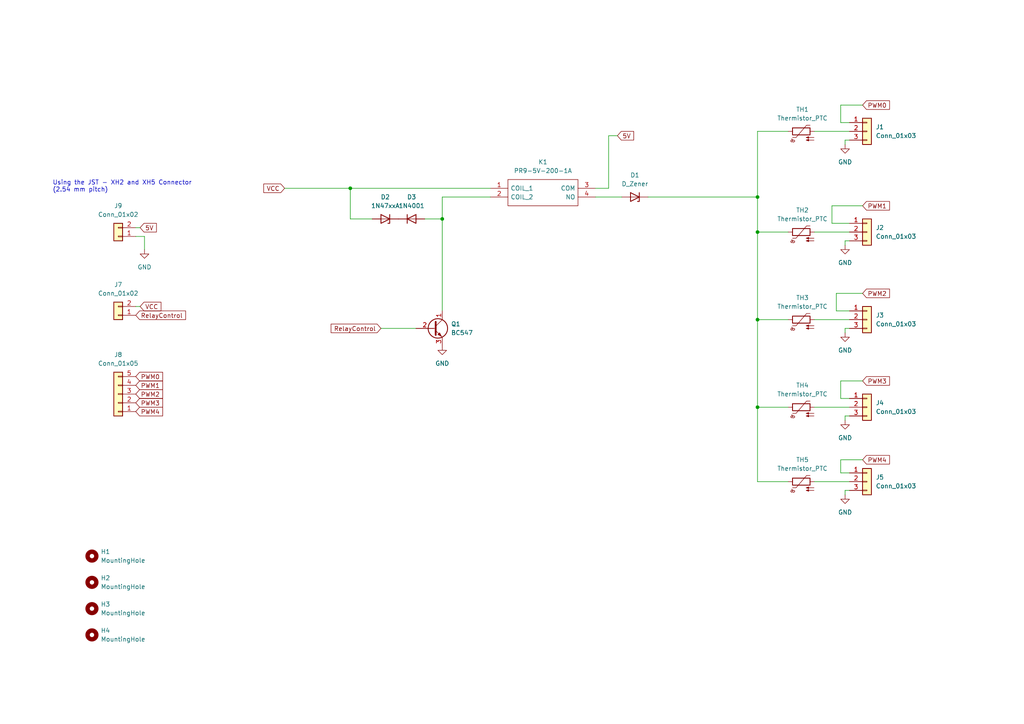
<source format=kicad_sch>
(kicad_sch (version 20230121) (generator eeschema)
  (paper "A4")
  (lib_symbols
    (symbol "Connector_Generic:Conn_01x02" (pin_names (offset 1.016) hide)
      (property "Reference" "J" (at 0 2.54 0))
      (property "Value" "Conn_01x02" (at 0 -5.08 0))
      (symbol "Conn_01x02_1_1"
        (rectangle (start -1.27 -2.413) (end 0 -2.667) (stroke (width 0.1524)))
        (rectangle (start -1.27 0.127) (end 0 -0.127) (stroke (width 0.1524)))
        (rectangle (start -1.27 1.27) (end 1.27 -3.81) (stroke (width 0.254)) (fill (type background)))
        (pin passive line (at -5.08 0 0) (length 3.81) (name "Pin_1") (number "1"))
        (pin passive line (at -5.08 -2.54 0) (length 3.81) (name "Pin_2") (number "2"))
      )
    )
    (symbol "Connector_Generic:Conn_01x03" (pin_names (offset 1.016) hide)
      (property "Reference" "J" (at 0 5.08 0))
      (property "Value" "Conn_01x03" (at 0 -5.08 0))
      (symbol "Conn_01x03_1_1"
        (rectangle (start -1.27 -2.413) (end 0 -2.667) (stroke (width 0.1524)))
        (rectangle (start -1.27 0.127) (end 0 -0.127) (stroke (width 0.1524)))
        (rectangle (start -1.27 2.667) (end 0 2.413) (stroke (width 0.1524)))
        (rectangle (start -1.27 3.81) (end 1.27 -3.81) (stroke (width 0.254)) (fill (type background)))
        (pin passive line (at -5.08 2.54 0) (length 3.81) (name "Pin_1") (number "1"))
        (pin passive line (at -5.08 0 0) (length 3.81) (name "Pin_2") (number "2"))
        (pin passive line (at -5.08 -2.54 0) (length 3.81) (name "Pin_3") (number "3"))
      )
    )
    (symbol "Connector_Generic:Conn_01x05" (pin_names (offset 1.016) hide)
      (property "Reference" "J" (at 0 7.62 0))
      (property "Value" "Conn_01x05" (at 0 -7.62 0))
      (symbol "Conn_01x05_1_1"
        (rectangle (start -1.27 -4.953) (end 0 -5.207) (stroke (width 0.1524)))
        (rectangle (start -1.27 -2.413) (end 0 -2.667) (stroke (width 0.1524)))
        (rectangle (start -1.27 0.127) (end 0 -0.127) (stroke (width 0.1524)))
        (rectangle (start -1.27 2.667) (end 0 2.413) (stroke (width 0.1524)))
        (rectangle (start -1.27 5.207) (end 0 4.953) (stroke (width 0.1524)))
        (rectangle (start -1.27 6.35) (end 1.27 -6.35) (stroke (width 0.254)) (fill (type background)))
        (pin passive line (at -5.08 5.08 0) (length 3.81) (name "Pin_1") (number "1"))
        (pin passive line (at -5.08 2.54 0) (length 3.81) (name "Pin_2") (number "2"))
        (pin passive line (at -5.08 0 0) (length 3.81) (name "Pin_3") (number "3"))
        (pin passive line (at -5.08 -2.54 0) (length 3.81) (name "Pin_4") (number "4"))
        (pin passive line (at -5.08 -5.08 0) (length 3.81) (name "Pin_5") (number "5"))
      )
    )
    (symbol "Device:D_Zener" (pin_numbers hide) (pin_names (offset 1.016) hide)
      (property "Reference" "D" (at 0 2.54 0))
      (property "Value" "D_Zener" (at 0 -2.54 0))
      (symbol "D_Zener_0_1"
        (polyline (pts (xy 1.27 0) (xy -1.27 0)))
        (polyline (pts (xy -1.27 -1.27) (xy -1.27 1.27) (xy -0.762 1.27)) (stroke (width 0.254)))
        (polyline (pts (xy 1.27 -1.27) (xy 1.27 1.27) (xy -1.27 0) (xy 1.27 -1.27)) (stroke (width 0.254)))
      )
      (symbol "D_Zener_1_1"
        (pin passive line (at -3.81 0 0) (length 2.54) (name "K") (number "1"))
        (pin passive line (at 3.81 0 180) (length 2.54) (name "A") (number "2"))
      )
    )
    (symbol "Device:Thermistor_PTC" (pin_numbers hide) (pin_names (offset 0))
      (property "Reference" "TH" (at -4.064 0 90))
      (property "Value" "Thermistor_PTC" (at 3.048 0 90))
      (symbol "Thermistor_PTC_0_1"
        (arc (start -3.048 2.159) (mid -3.0495 2.3143) (end -3.175 2.413))
        (arc (start -3.048 2.159) (mid -2.9736 1.9794) (end -2.794 1.905))
        (arc (start -3.048 2.794) (mid -2.9736 2.6144) (end -2.794 2.54))
        (arc (start -2.794 1.905) (mid -2.6144 1.9794) (end -2.54 2.159))
        (arc (start -2.794 2.54) (mid -2.4393 2.5587) (end -2.159 2.794))
        (arc (start -2.794 3.048) (mid -2.9736 2.9736) (end -3.048 2.794))
        (arc (start -2.54 2.794) (mid -2.6144 2.9736) (end -2.794 3.048))
        (rectangle (start -1.016 2.54) (end 1.016 -2.54) (stroke (width 0.254)))
        (polyline (pts (xy -2.54 2.159) (xy -2.54 2.794)))
        (polyline (pts (xy -1.778 2.54) (xy -1.778 1.524) (xy 1.778 -1.524) (xy 1.778 -2.54)))
        (polyline (pts (xy -2.54 -3.683) (xy -2.54 -1.397) (xy -2.794 -2.159) (xy -2.286 -2.159) (xy -2.54 -1.397) (xy -2.54 -1.651)) (fill (type outline)))
        (polyline (pts (xy -1.778 -3.683) (xy -1.778 -1.397) (xy -2.032 -2.159) (xy -1.524 -2.159) (xy -1.778 -1.397) (xy -1.778 -1.651)) (fill (type outline)))
      )
      (symbol "Thermistor_PTC_1_1"
        (pin passive line (at 0 3.81 270) (length 1.27) (name "~") (number "1"))
        (pin passive line (at 0 -3.81 90) (length 1.27) (name "~") (number "2"))
      )
    )
    (symbol "Diode:1N4001" (pin_numbers hide) (pin_names hide)
      (property "Reference" "D" (at 0 2.54 0))
      (property "Value" "1N4001" (at 0 -2.54 0))
      (symbol "1N4001_0_1"
        (polyline (pts (xy -1.27 1.27) (xy -1.27 -1.27)) (stroke (width 0.254)))
        (polyline (pts (xy 1.27 0) (xy -1.27 0)))
        (polyline (pts (xy 1.27 1.27) (xy 1.27 -1.27) (xy -1.27 0) (xy 1.27 1.27)) (stroke (width 0.254)))
      )
      (symbol "1N4001_1_1"
        (pin passive line (at -3.81 0 0) (length 2.54) (name "K") (number "1"))
        (pin passive line (at 3.81 0 180) (length 2.54) (name "A") (number "2"))
      )
    )
    (symbol "Diode:1N47xxA" (pin_numbers hide) (pin_names hide)
      (property "Reference" "D" (at 0 2.54 0))
      (property "Value" "1N47xxA" (at 0 -2.54 0))
      (symbol "1N47xxA_0_1"
        (polyline (pts (xy 1.27 0) (xy -1.27 0)))
        (polyline (pts (xy -1.27 -1.27) (xy -1.27 1.27) (xy -0.762 1.27)) (stroke (width 0.254)))
        (polyline (pts (xy 1.27 -1.27) (xy 1.27 1.27) (xy -1.27 0) (xy 1.27 -1.27)) (stroke (width 0.254)))
      )
      (symbol "1N47xxA_1_1"
        (pin passive line (at -3.81 0 0) (length 2.54) (name "K") (number "1"))
        (pin passive line (at 3.81 0 180) (length 2.54) (name "A") (number "2"))
      )
    )
    (symbol "Mechanical:MountingHole" (pin_names (offset 1.016))
      (property "Reference" "H" (at 0 5.08 0))
      (property "Value" "MountingHole" (at 0 3.175 0))
      (symbol "MountingHole_0_1"
        (circle (center 0 0) (radius 1.27) (stroke (width 1.27)))
      )
    )
    (symbol "Relay:PR9-5V-200-1A" (pin_names (offset 0.762))
      (property "Reference" "K" (at 26.67 7.62 0))
      (property "Value" "PR9-5V-200-1A" (at 26.67 5.08 0))
      (symbol "PR9-5V-200-1A_0_0"
        (pin passive line (at 0 0 0) (length 5.08) (name "COIL_1") (number "1"))
        (pin passive line (at 0 -2.54 0) (length 5.08) (name "COIL_2") (number "2"))
        (pin passive line (at 30.48 0 180) (length 5.08) (name "COM") (number "3"))
        (pin passive line (at 30.48 -2.54 180) (length 5.08) (name "NO") (number "4"))
      )
      (symbol "PR9-5V-200-1A_0_1"
        (polyline (pts (xy 5.08 2.54) (xy 25.4 2.54) (xy 25.4 -5.08) (xy 5.08 -5.08) (xy 5.08 2.54)) (stroke (width 0.1524)))
      )
    )
    (symbol "Transistor_BJT:BC547" (pin_names (offset 0) hide)
      (property "Reference" "Q" (at 5.08 1.905 0))
      (property "Value" "BC547" (at 5.08 0 0))
      (symbol "BC547_0_1"
        (polyline (pts (xy 0 0) (xy 0.635 0)))
        (polyline (pts (xy 0.635 0.635) (xy 2.54 2.54)))
        (polyline (pts (xy 0.635 -0.635) (xy 2.54 -2.54) (xy 2.54 -2.54)))
        (polyline (pts (xy 0.635 1.905) (xy 0.635 -1.905) (xy 0.635 -1.905)) (stroke (width 0.508)))
        (polyline (pts (xy 1.27 -1.778) (xy 1.778 -1.27) (xy 2.286 -2.286) (xy 1.27 -1.778) (xy 1.27 -1.778)) (fill (type outline)))
        (circle (center 1.27 0) (radius 2.8194) (stroke (width 0.254)))
      )
      (symbol "BC547_1_1"
        (pin passive line (at 2.54 5.08 270) (length 2.54) (name "C") (number "1"))
        (pin input line (at -5.08 0 0) (length 5.08) (name "B") (number "2"))
        (pin passive line (at 2.54 -5.08 90) (length 2.54) (name "E") (number "3"))
      )
    )
    (symbol "power:GND" (power) (pin_names (offset 0))
      (property "Value" "GND" (at 0 -3.81 0))
      (symbol "GND_0_1"
        (polyline (pts (xy 0 0) (xy 0 -1.27) (xy 1.27 -1.27) (xy 0 -2.54) (xy -1.27 -1.27) (xy 0 -1.27)))
      )
      (symbol "GND_1_1"
        (pin power_in line (at 0 0 270) (length 0) hide (name "GND") (number "1"))
      )
    )
  )
  (junction (at 219.71 67.31))
  (junction (at 128.27 63.5))
  (junction (at 219.71 118.11))
  (junction (at 101.6 54.61))
  (junction (at 219.71 57.15))
  (junction (at 219.71 92.71))
  (wire (pts (xy 172.72 54.61) (xy 176.53 54.61)))
  (wire (pts (xy 219.71 139.7) (xy 228.6 139.7)))
  (wire (pts (xy 245.11 142.24) (xy 245.11 143.51)))
  (wire (pts (xy 219.71 67.31) (xy 219.71 92.71)))
  (wire (pts (xy 242.57 85.09) (xy 250.19 85.09)))
  (wire (pts (xy 246.38 142.24) (xy 245.11 142.24)))
  (wire (pts (xy 243.84 30.48) (xy 250.19 30.48)))
  (wire (pts (xy 241.3 59.69) (xy 250.19 59.69)))
  (wire (pts (xy 219.71 38.1) (xy 219.71 57.15)))
  (wire (pts (xy 128.27 63.5) (xy 123.19 63.5)))
  (wire (pts (xy 39.37 88.9) (xy 40.64 88.9)))
  (wire (pts (xy 219.71 57.15) (xy 219.71 67.31)))
  (wire (pts (xy 128.27 57.15) (xy 128.27 63.5)))
  (wire (pts (xy 243.84 35.56) (xy 243.84 30.48)))
  (wire (pts (xy 245.11 95.25) (xy 245.11 96.52)))
  (wire (pts (xy 82.55 54.61) (xy 101.6 54.61)))
  (wire (pts (xy 101.6 63.5) (xy 107.95 63.5)))
  (wire (pts (xy 242.57 90.17) (xy 242.57 85.09)))
  (wire (pts (xy 187.96 57.15) (xy 219.71 57.15)))
  (wire (pts (xy 246.38 115.57) (xy 243.84 115.57)))
  (wire (pts (xy 41.91 68.58) (xy 41.91 72.39)))
  (wire (pts (xy 236.22 139.7) (xy 246.38 139.7)))
  (wire (pts (xy 228.6 38.1) (xy 219.71 38.1)))
  (wire (pts (xy 246.38 40.64) (xy 245.11 40.64)))
  (wire (pts (xy 245.11 120.65) (xy 245.11 121.92)))
  (wire (pts (xy 219.71 92.71) (xy 228.6 92.71)))
  (wire (pts (xy 176.53 39.37) (xy 179.07 39.37)))
  (wire (pts (xy 39.37 68.58) (xy 41.91 68.58)))
  (wire (pts (xy 245.11 40.64) (xy 245.11 41.91)))
  (wire (pts (xy 243.84 137.16) (xy 246.38 137.16)))
  (wire (pts (xy 246.38 35.56) (xy 243.84 35.56)))
  (wire (pts (xy 246.38 95.25) (xy 245.11 95.25)))
  (wire (pts (xy 243.84 110.49) (xy 250.19 110.49)))
  (wire (pts (xy 236.22 38.1) (xy 246.38 38.1)))
  (wire (pts (xy 236.22 118.11) (xy 246.38 118.11)))
  (wire (pts (xy 142.24 54.61) (xy 101.6 54.61)))
  (wire (pts (xy 243.84 133.35) (xy 243.84 137.16)))
  (wire (pts (xy 246.38 64.77) (xy 241.3 64.77)))
  (wire (pts (xy 101.6 54.61) (xy 101.6 63.5)))
  (wire (pts (xy 219.71 67.31) (xy 228.6 67.31)))
  (wire (pts (xy 219.71 118.11) (xy 228.6 118.11)))
  (wire (pts (xy 128.27 63.5) (xy 128.27 90.17)))
  (wire (pts (xy 142.24 57.15) (xy 128.27 57.15)))
  (wire (pts (xy 246.38 69.85) (xy 245.11 69.85)))
  (wire (pts (xy 219.71 92.71) (xy 219.71 118.11)))
  (wire (pts (xy 245.11 69.85) (xy 245.11 71.12)))
  (wire (pts (xy 176.53 54.61) (xy 176.53 39.37)))
  (wire (pts (xy 250.19 133.35) (xy 243.84 133.35)))
  (wire (pts (xy 246.38 90.17) (xy 242.57 90.17)))
  (wire (pts (xy 236.22 67.31) (xy 246.38 67.31)))
  (wire (pts (xy 243.84 115.57) (xy 243.84 110.49)))
  (wire (pts (xy 219.71 118.11) (xy 219.71 139.7)))
  (wire (pts (xy 241.3 64.77) (xy 241.3 59.69)))
  (wire (pts (xy 236.22 92.71) (xy 246.38 92.71)))
  (wire (pts (xy 110.49 95.25) (xy 120.65 95.25)))
  (wire (pts (xy 39.37 66.04) (xy 40.64 66.04)))
  (wire (pts (xy 172.72 57.15) (xy 180.34 57.15)))
  (wire (pts (xy 246.38 120.65) (xy 245.11 120.65)))
  (text "Using the JST - XH2 and XH5 Connector \n(2.54 mm pitch)\n" (at 15.24 55.88 0) (effects (font (size 1.27 1.27)) (justify left bottom)))
  (global_label "PWM2" (shape input) (at 250.19 85.09 0) (property "Intersheetrefs" "${INTERSHEET_REFS}" (effects hide)))
  (global_label "VCC" (shape input) (at 40.64 88.9 0) (property "Intersheetrefs" "${INTERSHEET_REFS}" (effects hide)))
  (global_label "PWM4" (shape input) (at 39.37 119.38 0) (property "Intersheetrefs" "${INTERSHEET_REFS}" (effects hide)))
  (global_label "PWM3" (shape input) (at 39.37 116.84 0) (property "Intersheetrefs" "${INTERSHEET_REFS}" (effects hide)))
  (global_label "PWM0" (shape input) (at 250.19 30.48 0) (property "Intersheetrefs" "${INTERSHEET_REFS}" (effects hide)))
  (global_label "5V" (shape input) (at 179.07 39.37 0) (property "Intersheetrefs" "${INTERSHEET_REFS}" (effects hide)))
  (global_label "VCC" (shape input) (at 82.55 54.61 180) (property "Intersheetrefs" "${INTERSHEET_REFS}" (effects hide)))
  (global_label "PWM4" (shape input) (at 250.19 133.35 0) (property "Intersheetrefs" "${INTERSHEET_REFS}" (effects hide)))
  (global_label "PWM1" (shape input) (at 250.19 59.69 0) (property "Intersheetrefs" "${INTERSHEET_REFS}" (effects hide)))
  (global_label "PWM3" (shape input) (at 250.19 110.49 0) (property "Intersheetrefs" "${INTERSHEET_REFS}" (effects hide)))
  (global_label "PWM1" (shape input) (at 39.37 111.76 0) (property "Intersheetrefs" "${INTERSHEET_REFS}" (effects hide)))
  (global_label "PWM0" (shape input) (at 39.37 109.22 0) (property "Intersheetrefs" "${INTERSHEET_REFS}" (effects hide)))
  (global_label "RelayControl" (shape input) (at 39.37 91.44 0) (property "Intersheetrefs" "${INTERSHEET_REFS}" (effects hide)))
  (global_label "PWM2" (shape input) (at 39.37 114.3 0) (property "Intersheetrefs" "${INTERSHEET_REFS}" (effects hide)))
  (global_label "5V" (shape input) (at 40.64 66.04 0) (property "Intersheetrefs" "${INTERSHEET_REFS}" (effects hide)))
  (global_label "RelayControl" (shape input) (at 110.49 95.25 180) (property "Intersheetrefs" "${INTERSHEET_REFS}" (effects hide)))
  (symbol (lib_id "Device:Thermistor_PTC") (at 232.41 118.11 90) (unit 1)
    (property "Reference" "TH4" (at 232.7275 111.76 90))
    (property "Value" "Thermistor_PTC" (at 232.7275 114.3 90))
    (property "Footprint" "Resistor_THT:R_Box_L8.4mm_W2.5mm_P5.08mm" (effects hide))
  )
  (symbol (lib_id "Connector_Generic:Conn_01x03") (at 251.46 139.7 0) (unit 1)
    (property "Reference" "J5" (at 254 138.43 0) (effects (justify left)))
    (property "Value" "Conn_01x03" (at 254 140.97 0) (effects (justify left)))
    (property "Footprint" "Connector_PinHeader_2.54mm:PinHeader_1x03_P2.54mm_Vertical" (effects hide))
  )
  (symbol (lib_id "power:GND") (at 41.91 72.39 0) (unit 1)
    (property "Reference" "#PWR04" (effects hide))
    (property "Value" "GND" (at 41.91 77.47 0))
  )
  (symbol (lib_id "power:GND") (at 245.11 121.92 0) (unit 1)
    (property "Reference" "#PWR05" (effects hide))
    (property "Value" "GND" (at 245.11 127 0))
  )
  (symbol (lib_id "Connector_Generic:Conn_01x03") (at 251.46 92.71 0) (unit 1)
    (property "Reference" "J3" (at 254 91.44 0) (effects (justify left)))
    (property "Value" "Conn_01x03" (at 254 93.98 0) (effects (justify left)))
    (property "Footprint" "Connector_PinHeader_2.54mm:PinHeader_1x03_P2.54mm_Vertical" (effects hide))
  )
  (symbol (lib_id "Device:Thermistor_PTC") (at 232.41 139.7 90) (unit 1)
    (property "Reference" "TH5" (at 232.7275 133.35 90))
    (property "Value" "Thermistor_PTC" (at 232.7275 135.89 90))
    (property "Footprint" "Resistor_THT:R_Box_L8.4mm_W2.5mm_P5.08mm" (effects hide))
  )
  (symbol (lib_id "Diode:1N4001") (at 119.38 63.5 0) (unit 1)
    (property "Reference" "D3" (at 119.38 57.15 0))
    (property "Value" "1N4001" (at 119.38 59.69 0))
    (property "Footprint" "Diode_THT:D_DO-41_SOD81_P10.16mm_Horizontal" (effects hide))
    (property "Datasheet" "http://www.vishay.com/docs/88503/1n4001.pdf" (effects hide))
    (property "Sim.Device" "D" (effects hide))
    (property "Sim.Pins" "1=K 2=A" (effects hide))
  )
  (symbol (lib_id "power:GND") (at 245.11 71.12 0) (unit 1)
    (property "Reference" "#PWR07" (effects hide))
    (property "Value" "GND" (at 245.11 76.2 0))
  )
  (symbol (lib_id "power:GND") (at 245.11 96.52 0) (unit 1)
    (property "Reference" "#PWR06" (effects hide))
    (property "Value" "GND" (at 245.11 101.6 0))
  )
  (symbol (lib_id "Transistor_BJT:BC547") (at 125.73 95.25 0) (unit 1)
    (property "Reference" "Q1" (at 130.81 93.98 0) (effects (justify left)))
    (property "Value" "BC547" (at 130.81 96.52 0) (effects (justify left)))
    (property "Footprint" "Package_TO_SOT_THT:TO-92_Inline" (effects hide))
    (property "Datasheet" "https://www.onsemi.com/pub/Collateral/BC550-D.pdf" (effects hide))
  )
  (symbol (lib_id "Device:Thermistor_PTC") (at 232.41 38.1 90) (unit 1)
    (property "Reference" "TH1" (at 232.7275 31.75 90))
    (property "Value" "Thermistor_PTC" (at 232.7275 34.29 90))
    (property "Footprint" "Resistor_THT:R_Box_L8.4mm_W2.5mm_P5.08mm" (effects hide))
  )
  (symbol (lib_id "Device:Thermistor_PTC") (at 232.41 92.71 90) (unit 1)
    (property "Reference" "TH3" (at 232.7275 86.36 90))
    (property "Value" "Thermistor_PTC" (at 232.7275 88.9 90))
    (property "Footprint" "Resistor_THT:R_Box_L8.4mm_W2.5mm_P5.08mm" (effects hide))
  )
  (symbol (lib_id "Mechanical:MountingHole") (at 26.67 176.53 0) (unit 1)
    (property "Reference" "H3" (at 29.21 175.26 0) (effects (justify left)))
    (property "Value" "MountingHole" (at 29.21 177.8 0) (effects (justify left)))
    (property "Footprint" "MountingHole:MountingHole_3.2mm_M3" (effects hide))
  )
  (symbol (lib_id "Mechanical:MountingHole") (at 26.67 168.91 0) (unit 1)
    (property "Reference" "H2" (at 29.21 167.64 0) (effects (justify left)))
    (property "Value" "MountingHole" (at 29.21 170.18 0) (effects (justify left)))
    (property "Footprint" "MountingHole:MountingHole_3.2mm_M3" (effects hide))
  )
  (symbol (lib_id "power:GND") (at 128.27 100.33 0) (unit 1)
    (property "Reference" "#PWR02" (effects hide))
    (property "Value" "GND" (at 128.27 105.41 0))
  )
  (symbol (lib_id "Device:D_Zener") (at 184.15 57.15 180) (unit 1)
    (property "Reference" "D1" (at 184.15 50.8 0))
    (property "Value" "D_Zener" (at 184.15 53.34 0))
    (property "Footprint" "Diode_THT:D_P600_R-6_P20.00mm_Horizontal" (effects hide))
  )
  (symbol (lib_id "Relay:PR9-5V-200-1A") (at 142.24 54.61 0) (unit 1)
    (property "Reference" "K1" (at 157.48 46.99 0))
    (property "Value" "PR9-5V-200-1A" (at 157.48 49.53 0))
    (property "Footprint" "Custom:PR9 Relay" (effects hide))
    (property "Datasheet" "https://www.cuidevices.com/product/resource/pr9.pdf" (effects hide))
    (property "Description" "General Purpose Relays 18.2 x 10.2 x 15.5 mm, 5 V, 16 A, SPST (1 Form A), Power Relay" (effects hide))
    (property "Height" "15.8" (effects hide))
    (property "Mouser Part Number" "179-PR9-5V-200-1A" (effects hide))
    (property "Mouser Price/Stock" "https://www.mouser.co.uk/ProductDetail/CUI-Devices/PR9-5V-200-1A?qs=T%252BzbugeAwjhtJKuTBDusxw%3D%3D" (effects hide))
    (property "Manufacturer_Name" "CUI Devices" (effects hide))
    (property "Manufacturer_Part_Number" "PR9-5V-200-1A" (effects hide))
  )
  (symbol (lib_id "Connector_Generic:Conn_01x03") (at 251.46 118.11 0) (unit 1)
    (property "Reference" "J4" (at 254 116.84 0) (effects (justify left)))
    (property "Value" "Conn_01x03" (at 254 119.38 0) (effects (justify left)))
    (property "Footprint" "Connector_PinHeader_2.54mm:PinHeader_1x03_P2.54mm_Vertical" (effects hide))
  )
  (symbol (lib_id "Connector_Generic:Conn_01x03") (at 251.46 38.1 0) (unit 1)
    (property "Reference" "J1" (at 254 36.83 0) (effects (justify left)))
    (property "Value" "Conn_01x03" (at 254 39.37 0) (effects (justify left)))
    (property "Footprint" "Connector_PinHeader_2.54mm:PinHeader_1x03_P2.54mm_Vertical" (effects hide))
  )
  (symbol (lib_id "Diode:1N47xxA") (at 111.76 63.5 180) (unit 1)
    (property "Reference" "D2" (at 111.76 57.15 0))
    (property "Value" "1N47xxA" (at 111.76 59.69 0))
    (property "Footprint" "Diode_THT:D_DO-41_SOD81_P10.16mm_Horizontal" (effects hide))
    (property "Datasheet" "https://www.vishay.com/docs/85816/1n4728a.pdf" (effects hide))
  )
  (symbol (lib_id "power:GND") (at 245.11 41.91 0) (unit 1)
    (property "Reference" "#PWR03" (effects hide))
    (property "Value" "GND" (at 245.11 46.99 0))
  )
  (symbol (lib_id "power:GND") (at 245.11 143.51 0) (unit 1)
    (property "Reference" "#PWR01" (effects hide))
    (property "Value" "GND" (at 245.11 148.59 0))
  )
  (symbol (lib_id "Connector_Generic:Conn_01x02") (at 34.29 68.58 180) (unit 1)
    (property "Reference" "J9" (at 34.29 59.69 0))
    (property "Value" "Conn_01x02" (at 34.29 62.23 0))
    (property "Footprint" "Connector_PinHeader_2.54mm:PinHeader_1x02_P2.54mm_Vertical" (effects hide))
  )
  (symbol (lib_id "Connector_Generic:Conn_01x03") (at 251.46 67.31 0) (unit 1)
    (property "Reference" "J2" (at 254 66.04 0) (effects (justify left)))
    (property "Value" "Conn_01x03" (at 254 68.58 0) (effects (justify left)))
    (property "Footprint" "Connector_PinHeader_2.54mm:PinHeader_1x03_P2.54mm_Vertical" (effects hide))
  )
  (symbol (lib_id "Connector_Generic:Conn_01x05") (at 34.29 114.3 180) (unit 1)
    (property "Reference" "J8" (at 34.29 102.87 0))
    (property "Value" "Conn_01x05" (at 34.29 105.41 0))
    (property "Footprint" "Connector_PinHeader_2.54mm:PinHeader_1x05_P2.54mm_Vertical" (effects hide))
  )
  (symbol (lib_id "Mechanical:MountingHole") (at 26.67 184.15 0) (unit 1)
    (property "Reference" "H4" (at 29.21 182.88 0) (effects (justify left)))
    (property "Value" "MountingHole" (at 29.21 185.42 0) (effects (justify left)))
    (property "Footprint" "MountingHole:MountingHole_3.2mm_M3" (effects hide))
  )
  (symbol (lib_id "Mechanical:MountingHole") (at 26.67 161.29 0) (unit 1)
    (property "Reference" "H1" (at 29.21 160.02 0) (effects (justify left)))
    (property "Value" "MountingHole" (at 29.21 162.56 0) (effects (justify left)))
    (property "Footprint" "MountingHole:MountingHole_3.2mm_M3" (effects hide))
  )
  (symbol (lib_id "Device:Thermistor_PTC") (at 232.41 67.31 90) (unit 1)
    (property "Reference" "TH2" (at 232.7275 60.96 90))
    (property "Value" "Thermistor_PTC" (at 232.7275 63.5 90))
    (property "Footprint" "Resistor_THT:R_Box_L8.4mm_W2.5mm_P5.08mm" (effects hide))
  )
  (symbol (lib_id "Connector_Generic:Conn_01x02") (at 34.29 91.44 180) (unit 1)
    (property "Reference" "J7" (at 34.29 82.55 0))
    (property "Value" "Conn_01x02" (at 34.29 85.09 0))
    (property "Footprint" "Connector_PinHeader_2.54mm:PinHeader_1x02_P2.54mm_Vertical" (effects hide))
  )
)
</source>
